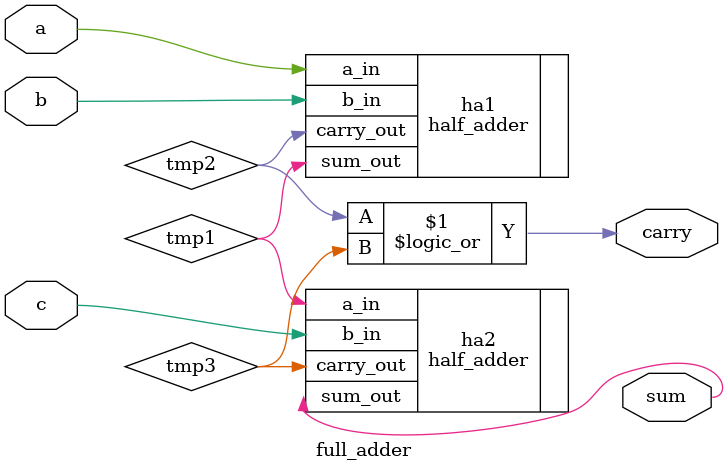
<source format=v>
module full_adder(
	input wire a,
	input wire b,
	input wire c,
	output wire sum,
	output wire carry
);

	wire tmp1, tmp2, tmp3;

	//First half adder
	half_adder ha1 (
		.a_in(a),
		.b_in(b),
		.sum_out(tmp1),
		.carry_out(tmp2)
	);

	//Second half adder
	half_adder ha2 (
                .a_in(tmp1),
                .b_in(c),
                .sum_out(sum),
                .carry_out(tmp3)
        );

	//OR gate for final carry
	assign carry = tmp2 || tmp3;

endmodule


</source>
